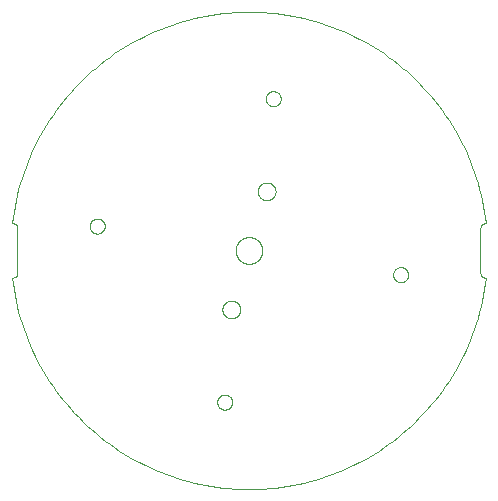
<source format=gko>
G75*
%MOIN*%
%OFA0B0*%
%FSLAX25Y25*%
%IPPOS*%
%LPD*%
%AMOC8*
5,1,8,0,0,1.08239X$1,22.5*
%
%ADD10C,0.00000*%
%ADD11C,0.00039*%
D10*
X0100884Y0060909D02*
X0100886Y0061008D01*
X0100892Y0061108D01*
X0100902Y0061207D01*
X0100916Y0061305D01*
X0100933Y0061403D01*
X0100955Y0061500D01*
X0100980Y0061596D01*
X0101009Y0061691D01*
X0101042Y0061785D01*
X0101079Y0061877D01*
X0101119Y0061968D01*
X0101163Y0062057D01*
X0101211Y0062145D01*
X0101262Y0062230D01*
X0101316Y0062313D01*
X0101373Y0062395D01*
X0101434Y0062473D01*
X0101498Y0062550D01*
X0101564Y0062623D01*
X0101634Y0062694D01*
X0101706Y0062762D01*
X0101781Y0062828D01*
X0101859Y0062890D01*
X0101939Y0062949D01*
X0102021Y0063005D01*
X0102105Y0063057D01*
X0102192Y0063106D01*
X0102280Y0063152D01*
X0102370Y0063194D01*
X0102462Y0063233D01*
X0102555Y0063268D01*
X0102649Y0063299D01*
X0102745Y0063326D01*
X0102842Y0063349D01*
X0102939Y0063369D01*
X0103037Y0063385D01*
X0103136Y0063397D01*
X0103235Y0063405D01*
X0103334Y0063409D01*
X0103434Y0063409D01*
X0103533Y0063405D01*
X0103632Y0063397D01*
X0103731Y0063385D01*
X0103829Y0063369D01*
X0103926Y0063349D01*
X0104023Y0063326D01*
X0104119Y0063299D01*
X0104213Y0063268D01*
X0104306Y0063233D01*
X0104398Y0063194D01*
X0104488Y0063152D01*
X0104576Y0063106D01*
X0104663Y0063057D01*
X0104747Y0063005D01*
X0104829Y0062949D01*
X0104909Y0062890D01*
X0104987Y0062828D01*
X0105062Y0062762D01*
X0105134Y0062694D01*
X0105204Y0062623D01*
X0105270Y0062550D01*
X0105334Y0062473D01*
X0105395Y0062395D01*
X0105452Y0062313D01*
X0105506Y0062230D01*
X0105557Y0062145D01*
X0105605Y0062057D01*
X0105649Y0061968D01*
X0105689Y0061877D01*
X0105726Y0061785D01*
X0105759Y0061691D01*
X0105788Y0061596D01*
X0105813Y0061500D01*
X0105835Y0061403D01*
X0105852Y0061305D01*
X0105866Y0061207D01*
X0105876Y0061108D01*
X0105882Y0061008D01*
X0105884Y0060909D01*
X0105882Y0060810D01*
X0105876Y0060710D01*
X0105866Y0060611D01*
X0105852Y0060513D01*
X0105835Y0060415D01*
X0105813Y0060318D01*
X0105788Y0060222D01*
X0105759Y0060127D01*
X0105726Y0060033D01*
X0105689Y0059941D01*
X0105649Y0059850D01*
X0105605Y0059761D01*
X0105557Y0059673D01*
X0105506Y0059588D01*
X0105452Y0059505D01*
X0105395Y0059423D01*
X0105334Y0059345D01*
X0105270Y0059268D01*
X0105204Y0059195D01*
X0105134Y0059124D01*
X0105062Y0059056D01*
X0104987Y0058990D01*
X0104909Y0058928D01*
X0104829Y0058869D01*
X0104747Y0058813D01*
X0104663Y0058761D01*
X0104576Y0058712D01*
X0104488Y0058666D01*
X0104398Y0058624D01*
X0104306Y0058585D01*
X0104213Y0058550D01*
X0104119Y0058519D01*
X0104023Y0058492D01*
X0103926Y0058469D01*
X0103829Y0058449D01*
X0103731Y0058433D01*
X0103632Y0058421D01*
X0103533Y0058413D01*
X0103434Y0058409D01*
X0103334Y0058409D01*
X0103235Y0058413D01*
X0103136Y0058421D01*
X0103037Y0058433D01*
X0102939Y0058449D01*
X0102842Y0058469D01*
X0102745Y0058492D01*
X0102649Y0058519D01*
X0102555Y0058550D01*
X0102462Y0058585D01*
X0102370Y0058624D01*
X0102280Y0058666D01*
X0102192Y0058712D01*
X0102105Y0058761D01*
X0102021Y0058813D01*
X0101939Y0058869D01*
X0101859Y0058928D01*
X0101781Y0058990D01*
X0101706Y0059056D01*
X0101634Y0059124D01*
X0101564Y0059195D01*
X0101498Y0059268D01*
X0101434Y0059345D01*
X0101373Y0059423D01*
X0101316Y0059505D01*
X0101262Y0059588D01*
X0101211Y0059673D01*
X0101163Y0059761D01*
X0101119Y0059850D01*
X0101079Y0059941D01*
X0101042Y0060033D01*
X0101009Y0060127D01*
X0100980Y0060222D01*
X0100955Y0060318D01*
X0100933Y0060415D01*
X0100916Y0060513D01*
X0100902Y0060611D01*
X0100892Y0060710D01*
X0100886Y0060810D01*
X0100884Y0060909D01*
X0102628Y0091801D02*
X0102630Y0091909D01*
X0102636Y0092018D01*
X0102646Y0092126D01*
X0102660Y0092233D01*
X0102678Y0092340D01*
X0102699Y0092447D01*
X0102725Y0092552D01*
X0102755Y0092657D01*
X0102788Y0092760D01*
X0102825Y0092862D01*
X0102866Y0092962D01*
X0102910Y0093061D01*
X0102959Y0093159D01*
X0103010Y0093254D01*
X0103065Y0093347D01*
X0103124Y0093439D01*
X0103186Y0093528D01*
X0103251Y0093615D01*
X0103319Y0093699D01*
X0103390Y0093781D01*
X0103464Y0093860D01*
X0103541Y0093936D01*
X0103621Y0094010D01*
X0103704Y0094080D01*
X0103789Y0094148D01*
X0103876Y0094212D01*
X0103966Y0094273D01*
X0104058Y0094331D01*
X0104152Y0094385D01*
X0104248Y0094436D01*
X0104345Y0094483D01*
X0104445Y0094527D01*
X0104546Y0094567D01*
X0104648Y0094603D01*
X0104751Y0094635D01*
X0104856Y0094664D01*
X0104962Y0094688D01*
X0105068Y0094709D01*
X0105175Y0094726D01*
X0105283Y0094739D01*
X0105391Y0094748D01*
X0105500Y0094753D01*
X0105608Y0094754D01*
X0105717Y0094751D01*
X0105825Y0094744D01*
X0105933Y0094733D01*
X0106040Y0094718D01*
X0106147Y0094699D01*
X0106253Y0094676D01*
X0106358Y0094650D01*
X0106463Y0094619D01*
X0106565Y0094585D01*
X0106667Y0094547D01*
X0106767Y0094505D01*
X0106866Y0094460D01*
X0106963Y0094411D01*
X0107057Y0094358D01*
X0107150Y0094302D01*
X0107241Y0094243D01*
X0107330Y0094180D01*
X0107416Y0094115D01*
X0107500Y0094046D01*
X0107581Y0093974D01*
X0107659Y0093899D01*
X0107735Y0093821D01*
X0107808Y0093740D01*
X0107878Y0093657D01*
X0107944Y0093572D01*
X0108008Y0093484D01*
X0108068Y0093393D01*
X0108125Y0093301D01*
X0108178Y0093206D01*
X0108228Y0093110D01*
X0108274Y0093012D01*
X0108317Y0092912D01*
X0108356Y0092811D01*
X0108391Y0092708D01*
X0108423Y0092605D01*
X0108450Y0092500D01*
X0108474Y0092394D01*
X0108494Y0092287D01*
X0108510Y0092180D01*
X0108522Y0092072D01*
X0108530Y0091964D01*
X0108534Y0091855D01*
X0108534Y0091747D01*
X0108530Y0091638D01*
X0108522Y0091530D01*
X0108510Y0091422D01*
X0108494Y0091315D01*
X0108474Y0091208D01*
X0108450Y0091102D01*
X0108423Y0090997D01*
X0108391Y0090894D01*
X0108356Y0090791D01*
X0108317Y0090690D01*
X0108274Y0090590D01*
X0108228Y0090492D01*
X0108178Y0090396D01*
X0108125Y0090301D01*
X0108068Y0090209D01*
X0108008Y0090118D01*
X0107944Y0090030D01*
X0107878Y0089945D01*
X0107808Y0089862D01*
X0107735Y0089781D01*
X0107659Y0089703D01*
X0107581Y0089628D01*
X0107500Y0089556D01*
X0107416Y0089487D01*
X0107330Y0089422D01*
X0107241Y0089359D01*
X0107150Y0089300D01*
X0107058Y0089244D01*
X0106963Y0089191D01*
X0106866Y0089142D01*
X0106767Y0089097D01*
X0106667Y0089055D01*
X0106565Y0089017D01*
X0106463Y0088983D01*
X0106358Y0088952D01*
X0106253Y0088926D01*
X0106147Y0088903D01*
X0106040Y0088884D01*
X0105933Y0088869D01*
X0105825Y0088858D01*
X0105717Y0088851D01*
X0105608Y0088848D01*
X0105500Y0088849D01*
X0105391Y0088854D01*
X0105283Y0088863D01*
X0105175Y0088876D01*
X0105068Y0088893D01*
X0104962Y0088914D01*
X0104856Y0088938D01*
X0104751Y0088967D01*
X0104648Y0088999D01*
X0104546Y0089035D01*
X0104445Y0089075D01*
X0104345Y0089119D01*
X0104248Y0089166D01*
X0104152Y0089217D01*
X0104058Y0089271D01*
X0103966Y0089329D01*
X0103876Y0089390D01*
X0103789Y0089454D01*
X0103704Y0089522D01*
X0103621Y0089592D01*
X0103541Y0089666D01*
X0103464Y0089742D01*
X0103390Y0089821D01*
X0103319Y0089903D01*
X0103251Y0089987D01*
X0103186Y0090074D01*
X0103124Y0090163D01*
X0103065Y0090255D01*
X0103010Y0090348D01*
X0102959Y0090443D01*
X0102910Y0090541D01*
X0102866Y0090640D01*
X0102825Y0090740D01*
X0102788Y0090842D01*
X0102755Y0090945D01*
X0102725Y0091050D01*
X0102699Y0091155D01*
X0102678Y0091262D01*
X0102660Y0091369D01*
X0102646Y0091476D01*
X0102636Y0091584D01*
X0102630Y0091693D01*
X0102628Y0091801D01*
X0107036Y0111486D02*
X0107038Y0111619D01*
X0107044Y0111752D01*
X0107054Y0111885D01*
X0107068Y0112017D01*
X0107086Y0112149D01*
X0107108Y0112281D01*
X0107133Y0112411D01*
X0107163Y0112541D01*
X0107196Y0112670D01*
X0107234Y0112798D01*
X0107275Y0112924D01*
X0107320Y0113050D01*
X0107368Y0113174D01*
X0107421Y0113296D01*
X0107477Y0113417D01*
X0107536Y0113536D01*
X0107599Y0113653D01*
X0107666Y0113768D01*
X0107736Y0113882D01*
X0107809Y0113993D01*
X0107886Y0114102D01*
X0107966Y0114208D01*
X0108049Y0114312D01*
X0108135Y0114414D01*
X0108224Y0114513D01*
X0108316Y0114609D01*
X0108411Y0114702D01*
X0108508Y0114793D01*
X0108609Y0114881D01*
X0108711Y0114965D01*
X0108817Y0115047D01*
X0108925Y0115125D01*
X0109035Y0115200D01*
X0109147Y0115272D01*
X0109261Y0115340D01*
X0109377Y0115405D01*
X0109495Y0115466D01*
X0109615Y0115524D01*
X0109737Y0115578D01*
X0109860Y0115628D01*
X0109985Y0115675D01*
X0110111Y0115718D01*
X0110238Y0115757D01*
X0110366Y0115793D01*
X0110496Y0115824D01*
X0110626Y0115852D01*
X0110757Y0115876D01*
X0110889Y0115896D01*
X0111021Y0115912D01*
X0111153Y0115924D01*
X0111286Y0115932D01*
X0111419Y0115936D01*
X0111553Y0115936D01*
X0111686Y0115932D01*
X0111819Y0115924D01*
X0111951Y0115912D01*
X0112083Y0115896D01*
X0112215Y0115876D01*
X0112346Y0115852D01*
X0112476Y0115824D01*
X0112606Y0115793D01*
X0112734Y0115757D01*
X0112861Y0115718D01*
X0112987Y0115675D01*
X0113112Y0115628D01*
X0113235Y0115578D01*
X0113357Y0115524D01*
X0113477Y0115466D01*
X0113595Y0115405D01*
X0113711Y0115340D01*
X0113825Y0115272D01*
X0113937Y0115200D01*
X0114047Y0115125D01*
X0114155Y0115047D01*
X0114261Y0114965D01*
X0114363Y0114881D01*
X0114464Y0114793D01*
X0114561Y0114702D01*
X0114656Y0114609D01*
X0114748Y0114513D01*
X0114837Y0114414D01*
X0114923Y0114312D01*
X0115006Y0114208D01*
X0115086Y0114102D01*
X0115163Y0113993D01*
X0115236Y0113882D01*
X0115306Y0113768D01*
X0115373Y0113653D01*
X0115436Y0113536D01*
X0115495Y0113417D01*
X0115551Y0113296D01*
X0115604Y0113174D01*
X0115652Y0113050D01*
X0115697Y0112924D01*
X0115738Y0112798D01*
X0115776Y0112670D01*
X0115809Y0112541D01*
X0115839Y0112411D01*
X0115864Y0112281D01*
X0115886Y0112149D01*
X0115904Y0112017D01*
X0115918Y0111885D01*
X0115928Y0111752D01*
X0115934Y0111619D01*
X0115936Y0111486D01*
X0115934Y0111353D01*
X0115928Y0111220D01*
X0115918Y0111087D01*
X0115904Y0110955D01*
X0115886Y0110823D01*
X0115864Y0110691D01*
X0115839Y0110561D01*
X0115809Y0110431D01*
X0115776Y0110302D01*
X0115738Y0110174D01*
X0115697Y0110048D01*
X0115652Y0109922D01*
X0115604Y0109798D01*
X0115551Y0109676D01*
X0115495Y0109555D01*
X0115436Y0109436D01*
X0115373Y0109319D01*
X0115306Y0109204D01*
X0115236Y0109090D01*
X0115163Y0108979D01*
X0115086Y0108870D01*
X0115006Y0108764D01*
X0114923Y0108660D01*
X0114837Y0108558D01*
X0114748Y0108459D01*
X0114656Y0108363D01*
X0114561Y0108270D01*
X0114464Y0108179D01*
X0114363Y0108091D01*
X0114261Y0108007D01*
X0114155Y0107925D01*
X0114047Y0107847D01*
X0113937Y0107772D01*
X0113825Y0107700D01*
X0113711Y0107632D01*
X0113595Y0107567D01*
X0113477Y0107506D01*
X0113357Y0107448D01*
X0113235Y0107394D01*
X0113112Y0107344D01*
X0112987Y0107297D01*
X0112861Y0107254D01*
X0112734Y0107215D01*
X0112606Y0107179D01*
X0112476Y0107148D01*
X0112346Y0107120D01*
X0112215Y0107096D01*
X0112083Y0107076D01*
X0111951Y0107060D01*
X0111819Y0107048D01*
X0111686Y0107040D01*
X0111553Y0107036D01*
X0111419Y0107036D01*
X0111286Y0107040D01*
X0111153Y0107048D01*
X0111021Y0107060D01*
X0110889Y0107076D01*
X0110757Y0107096D01*
X0110626Y0107120D01*
X0110496Y0107148D01*
X0110366Y0107179D01*
X0110238Y0107215D01*
X0110111Y0107254D01*
X0109985Y0107297D01*
X0109860Y0107344D01*
X0109737Y0107394D01*
X0109615Y0107448D01*
X0109495Y0107506D01*
X0109377Y0107567D01*
X0109261Y0107632D01*
X0109147Y0107700D01*
X0109035Y0107772D01*
X0108925Y0107847D01*
X0108817Y0107925D01*
X0108711Y0108007D01*
X0108609Y0108091D01*
X0108508Y0108179D01*
X0108411Y0108270D01*
X0108316Y0108363D01*
X0108224Y0108459D01*
X0108135Y0108558D01*
X0108049Y0108660D01*
X0107966Y0108764D01*
X0107886Y0108870D01*
X0107809Y0108979D01*
X0107736Y0109090D01*
X0107666Y0109204D01*
X0107599Y0109319D01*
X0107536Y0109436D01*
X0107477Y0109555D01*
X0107421Y0109676D01*
X0107368Y0109798D01*
X0107320Y0109922D01*
X0107275Y0110048D01*
X0107234Y0110174D01*
X0107196Y0110302D01*
X0107163Y0110431D01*
X0107133Y0110561D01*
X0107108Y0110691D01*
X0107086Y0110823D01*
X0107068Y0110955D01*
X0107054Y0111087D01*
X0107044Y0111220D01*
X0107038Y0111353D01*
X0107036Y0111486D01*
X0114439Y0131171D02*
X0114441Y0131279D01*
X0114447Y0131388D01*
X0114457Y0131496D01*
X0114471Y0131603D01*
X0114489Y0131710D01*
X0114510Y0131817D01*
X0114536Y0131922D01*
X0114566Y0132027D01*
X0114599Y0132130D01*
X0114636Y0132232D01*
X0114677Y0132332D01*
X0114721Y0132431D01*
X0114770Y0132529D01*
X0114821Y0132624D01*
X0114876Y0132717D01*
X0114935Y0132809D01*
X0114997Y0132898D01*
X0115062Y0132985D01*
X0115130Y0133069D01*
X0115201Y0133151D01*
X0115275Y0133230D01*
X0115352Y0133306D01*
X0115432Y0133380D01*
X0115515Y0133450D01*
X0115600Y0133518D01*
X0115687Y0133582D01*
X0115777Y0133643D01*
X0115869Y0133701D01*
X0115963Y0133755D01*
X0116059Y0133806D01*
X0116156Y0133853D01*
X0116256Y0133897D01*
X0116357Y0133937D01*
X0116459Y0133973D01*
X0116562Y0134005D01*
X0116667Y0134034D01*
X0116773Y0134058D01*
X0116879Y0134079D01*
X0116986Y0134096D01*
X0117094Y0134109D01*
X0117202Y0134118D01*
X0117311Y0134123D01*
X0117419Y0134124D01*
X0117528Y0134121D01*
X0117636Y0134114D01*
X0117744Y0134103D01*
X0117851Y0134088D01*
X0117958Y0134069D01*
X0118064Y0134046D01*
X0118169Y0134020D01*
X0118274Y0133989D01*
X0118376Y0133955D01*
X0118478Y0133917D01*
X0118578Y0133875D01*
X0118677Y0133830D01*
X0118774Y0133781D01*
X0118868Y0133728D01*
X0118961Y0133672D01*
X0119052Y0133613D01*
X0119141Y0133550D01*
X0119227Y0133485D01*
X0119311Y0133416D01*
X0119392Y0133344D01*
X0119470Y0133269D01*
X0119546Y0133191D01*
X0119619Y0133110D01*
X0119689Y0133027D01*
X0119755Y0132942D01*
X0119819Y0132854D01*
X0119879Y0132763D01*
X0119936Y0132671D01*
X0119989Y0132576D01*
X0120039Y0132480D01*
X0120085Y0132382D01*
X0120128Y0132282D01*
X0120167Y0132181D01*
X0120202Y0132078D01*
X0120234Y0131975D01*
X0120261Y0131870D01*
X0120285Y0131764D01*
X0120305Y0131657D01*
X0120321Y0131550D01*
X0120333Y0131442D01*
X0120341Y0131334D01*
X0120345Y0131225D01*
X0120345Y0131117D01*
X0120341Y0131008D01*
X0120333Y0130900D01*
X0120321Y0130792D01*
X0120305Y0130685D01*
X0120285Y0130578D01*
X0120261Y0130472D01*
X0120234Y0130367D01*
X0120202Y0130264D01*
X0120167Y0130161D01*
X0120128Y0130060D01*
X0120085Y0129960D01*
X0120039Y0129862D01*
X0119989Y0129766D01*
X0119936Y0129671D01*
X0119879Y0129579D01*
X0119819Y0129488D01*
X0119755Y0129400D01*
X0119689Y0129315D01*
X0119619Y0129232D01*
X0119546Y0129151D01*
X0119470Y0129073D01*
X0119392Y0128998D01*
X0119311Y0128926D01*
X0119227Y0128857D01*
X0119141Y0128792D01*
X0119052Y0128729D01*
X0118961Y0128670D01*
X0118869Y0128614D01*
X0118774Y0128561D01*
X0118677Y0128512D01*
X0118578Y0128467D01*
X0118478Y0128425D01*
X0118376Y0128387D01*
X0118274Y0128353D01*
X0118169Y0128322D01*
X0118064Y0128296D01*
X0117958Y0128273D01*
X0117851Y0128254D01*
X0117744Y0128239D01*
X0117636Y0128228D01*
X0117528Y0128221D01*
X0117419Y0128218D01*
X0117311Y0128219D01*
X0117202Y0128224D01*
X0117094Y0128233D01*
X0116986Y0128246D01*
X0116879Y0128263D01*
X0116773Y0128284D01*
X0116667Y0128308D01*
X0116562Y0128337D01*
X0116459Y0128369D01*
X0116357Y0128405D01*
X0116256Y0128445D01*
X0116156Y0128489D01*
X0116059Y0128536D01*
X0115963Y0128587D01*
X0115869Y0128641D01*
X0115777Y0128699D01*
X0115687Y0128760D01*
X0115600Y0128824D01*
X0115515Y0128892D01*
X0115432Y0128962D01*
X0115352Y0129036D01*
X0115275Y0129112D01*
X0115201Y0129191D01*
X0115130Y0129273D01*
X0115062Y0129357D01*
X0114997Y0129444D01*
X0114935Y0129533D01*
X0114876Y0129625D01*
X0114821Y0129718D01*
X0114770Y0129813D01*
X0114721Y0129911D01*
X0114677Y0130010D01*
X0114636Y0130110D01*
X0114599Y0130212D01*
X0114566Y0130315D01*
X0114536Y0130420D01*
X0114510Y0130525D01*
X0114489Y0130632D01*
X0114471Y0130739D01*
X0114457Y0130846D01*
X0114447Y0130954D01*
X0114441Y0131063D01*
X0114439Y0131171D01*
X0117089Y0162064D02*
X0117091Y0162163D01*
X0117097Y0162263D01*
X0117107Y0162362D01*
X0117121Y0162460D01*
X0117138Y0162558D01*
X0117160Y0162655D01*
X0117185Y0162751D01*
X0117214Y0162846D01*
X0117247Y0162940D01*
X0117284Y0163032D01*
X0117324Y0163123D01*
X0117368Y0163212D01*
X0117416Y0163300D01*
X0117467Y0163385D01*
X0117521Y0163468D01*
X0117578Y0163550D01*
X0117639Y0163628D01*
X0117703Y0163705D01*
X0117769Y0163778D01*
X0117839Y0163849D01*
X0117911Y0163917D01*
X0117986Y0163983D01*
X0118064Y0164045D01*
X0118144Y0164104D01*
X0118226Y0164160D01*
X0118310Y0164212D01*
X0118397Y0164261D01*
X0118485Y0164307D01*
X0118575Y0164349D01*
X0118667Y0164388D01*
X0118760Y0164423D01*
X0118854Y0164454D01*
X0118950Y0164481D01*
X0119047Y0164504D01*
X0119144Y0164524D01*
X0119242Y0164540D01*
X0119341Y0164552D01*
X0119440Y0164560D01*
X0119539Y0164564D01*
X0119639Y0164564D01*
X0119738Y0164560D01*
X0119837Y0164552D01*
X0119936Y0164540D01*
X0120034Y0164524D01*
X0120131Y0164504D01*
X0120228Y0164481D01*
X0120324Y0164454D01*
X0120418Y0164423D01*
X0120511Y0164388D01*
X0120603Y0164349D01*
X0120693Y0164307D01*
X0120781Y0164261D01*
X0120868Y0164212D01*
X0120952Y0164160D01*
X0121034Y0164104D01*
X0121114Y0164045D01*
X0121192Y0163983D01*
X0121267Y0163917D01*
X0121339Y0163849D01*
X0121409Y0163778D01*
X0121475Y0163705D01*
X0121539Y0163628D01*
X0121600Y0163550D01*
X0121657Y0163468D01*
X0121711Y0163385D01*
X0121762Y0163300D01*
X0121810Y0163212D01*
X0121854Y0163123D01*
X0121894Y0163032D01*
X0121931Y0162940D01*
X0121964Y0162846D01*
X0121993Y0162751D01*
X0122018Y0162655D01*
X0122040Y0162558D01*
X0122057Y0162460D01*
X0122071Y0162362D01*
X0122081Y0162263D01*
X0122087Y0162163D01*
X0122089Y0162064D01*
X0122087Y0161965D01*
X0122081Y0161865D01*
X0122071Y0161766D01*
X0122057Y0161668D01*
X0122040Y0161570D01*
X0122018Y0161473D01*
X0121993Y0161377D01*
X0121964Y0161282D01*
X0121931Y0161188D01*
X0121894Y0161096D01*
X0121854Y0161005D01*
X0121810Y0160916D01*
X0121762Y0160828D01*
X0121711Y0160743D01*
X0121657Y0160660D01*
X0121600Y0160578D01*
X0121539Y0160500D01*
X0121475Y0160423D01*
X0121409Y0160350D01*
X0121339Y0160279D01*
X0121267Y0160211D01*
X0121192Y0160145D01*
X0121114Y0160083D01*
X0121034Y0160024D01*
X0120952Y0159968D01*
X0120868Y0159916D01*
X0120781Y0159867D01*
X0120693Y0159821D01*
X0120603Y0159779D01*
X0120511Y0159740D01*
X0120418Y0159705D01*
X0120324Y0159674D01*
X0120228Y0159647D01*
X0120131Y0159624D01*
X0120034Y0159604D01*
X0119936Y0159588D01*
X0119837Y0159576D01*
X0119738Y0159568D01*
X0119639Y0159564D01*
X0119539Y0159564D01*
X0119440Y0159568D01*
X0119341Y0159576D01*
X0119242Y0159588D01*
X0119144Y0159604D01*
X0119047Y0159624D01*
X0118950Y0159647D01*
X0118854Y0159674D01*
X0118760Y0159705D01*
X0118667Y0159740D01*
X0118575Y0159779D01*
X0118485Y0159821D01*
X0118397Y0159867D01*
X0118310Y0159916D01*
X0118226Y0159968D01*
X0118144Y0160024D01*
X0118064Y0160083D01*
X0117986Y0160145D01*
X0117911Y0160211D01*
X0117839Y0160279D01*
X0117769Y0160350D01*
X0117703Y0160423D01*
X0117639Y0160500D01*
X0117578Y0160578D01*
X0117521Y0160660D01*
X0117467Y0160743D01*
X0117416Y0160828D01*
X0117368Y0160916D01*
X0117324Y0161005D01*
X0117284Y0161096D01*
X0117247Y0161188D01*
X0117214Y0161282D01*
X0117185Y0161377D01*
X0117160Y0161473D01*
X0117138Y0161570D01*
X0117121Y0161668D01*
X0117107Y0161766D01*
X0117097Y0161865D01*
X0117091Y0161965D01*
X0117089Y0162064D01*
X0058409Y0119589D02*
X0058411Y0119688D01*
X0058417Y0119788D01*
X0058427Y0119887D01*
X0058441Y0119985D01*
X0058458Y0120083D01*
X0058480Y0120180D01*
X0058505Y0120276D01*
X0058534Y0120371D01*
X0058567Y0120465D01*
X0058604Y0120557D01*
X0058644Y0120648D01*
X0058688Y0120737D01*
X0058736Y0120825D01*
X0058787Y0120910D01*
X0058841Y0120993D01*
X0058898Y0121075D01*
X0058959Y0121153D01*
X0059023Y0121230D01*
X0059089Y0121303D01*
X0059159Y0121374D01*
X0059231Y0121442D01*
X0059306Y0121508D01*
X0059384Y0121570D01*
X0059464Y0121629D01*
X0059546Y0121685D01*
X0059630Y0121737D01*
X0059717Y0121786D01*
X0059805Y0121832D01*
X0059895Y0121874D01*
X0059987Y0121913D01*
X0060080Y0121948D01*
X0060174Y0121979D01*
X0060270Y0122006D01*
X0060367Y0122029D01*
X0060464Y0122049D01*
X0060562Y0122065D01*
X0060661Y0122077D01*
X0060760Y0122085D01*
X0060859Y0122089D01*
X0060959Y0122089D01*
X0061058Y0122085D01*
X0061157Y0122077D01*
X0061256Y0122065D01*
X0061354Y0122049D01*
X0061451Y0122029D01*
X0061548Y0122006D01*
X0061644Y0121979D01*
X0061738Y0121948D01*
X0061831Y0121913D01*
X0061923Y0121874D01*
X0062013Y0121832D01*
X0062101Y0121786D01*
X0062188Y0121737D01*
X0062272Y0121685D01*
X0062354Y0121629D01*
X0062434Y0121570D01*
X0062512Y0121508D01*
X0062587Y0121442D01*
X0062659Y0121374D01*
X0062729Y0121303D01*
X0062795Y0121230D01*
X0062859Y0121153D01*
X0062920Y0121075D01*
X0062977Y0120993D01*
X0063031Y0120910D01*
X0063082Y0120825D01*
X0063130Y0120737D01*
X0063174Y0120648D01*
X0063214Y0120557D01*
X0063251Y0120465D01*
X0063284Y0120371D01*
X0063313Y0120276D01*
X0063338Y0120180D01*
X0063360Y0120083D01*
X0063377Y0119985D01*
X0063391Y0119887D01*
X0063401Y0119788D01*
X0063407Y0119688D01*
X0063409Y0119589D01*
X0063407Y0119490D01*
X0063401Y0119390D01*
X0063391Y0119291D01*
X0063377Y0119193D01*
X0063360Y0119095D01*
X0063338Y0118998D01*
X0063313Y0118902D01*
X0063284Y0118807D01*
X0063251Y0118713D01*
X0063214Y0118621D01*
X0063174Y0118530D01*
X0063130Y0118441D01*
X0063082Y0118353D01*
X0063031Y0118268D01*
X0062977Y0118185D01*
X0062920Y0118103D01*
X0062859Y0118025D01*
X0062795Y0117948D01*
X0062729Y0117875D01*
X0062659Y0117804D01*
X0062587Y0117736D01*
X0062512Y0117670D01*
X0062434Y0117608D01*
X0062354Y0117549D01*
X0062272Y0117493D01*
X0062188Y0117441D01*
X0062101Y0117392D01*
X0062013Y0117346D01*
X0061923Y0117304D01*
X0061831Y0117265D01*
X0061738Y0117230D01*
X0061644Y0117199D01*
X0061548Y0117172D01*
X0061451Y0117149D01*
X0061354Y0117129D01*
X0061256Y0117113D01*
X0061157Y0117101D01*
X0061058Y0117093D01*
X0060959Y0117089D01*
X0060859Y0117089D01*
X0060760Y0117093D01*
X0060661Y0117101D01*
X0060562Y0117113D01*
X0060464Y0117129D01*
X0060367Y0117149D01*
X0060270Y0117172D01*
X0060174Y0117199D01*
X0060080Y0117230D01*
X0059987Y0117265D01*
X0059895Y0117304D01*
X0059805Y0117346D01*
X0059717Y0117392D01*
X0059630Y0117441D01*
X0059546Y0117493D01*
X0059464Y0117549D01*
X0059384Y0117608D01*
X0059306Y0117670D01*
X0059231Y0117736D01*
X0059159Y0117804D01*
X0059089Y0117875D01*
X0059023Y0117948D01*
X0058959Y0118025D01*
X0058898Y0118103D01*
X0058841Y0118185D01*
X0058787Y0118268D01*
X0058736Y0118353D01*
X0058688Y0118441D01*
X0058644Y0118530D01*
X0058604Y0118621D01*
X0058567Y0118713D01*
X0058534Y0118807D01*
X0058505Y0118902D01*
X0058480Y0118998D01*
X0058458Y0119095D01*
X0058441Y0119193D01*
X0058427Y0119291D01*
X0058417Y0119390D01*
X0058411Y0119490D01*
X0058409Y0119589D01*
X0159564Y0103384D02*
X0159566Y0103483D01*
X0159572Y0103583D01*
X0159582Y0103682D01*
X0159596Y0103780D01*
X0159613Y0103878D01*
X0159635Y0103975D01*
X0159660Y0104071D01*
X0159689Y0104166D01*
X0159722Y0104260D01*
X0159759Y0104352D01*
X0159799Y0104443D01*
X0159843Y0104532D01*
X0159891Y0104620D01*
X0159942Y0104705D01*
X0159996Y0104788D01*
X0160053Y0104870D01*
X0160114Y0104948D01*
X0160178Y0105025D01*
X0160244Y0105098D01*
X0160314Y0105169D01*
X0160386Y0105237D01*
X0160461Y0105303D01*
X0160539Y0105365D01*
X0160619Y0105424D01*
X0160701Y0105480D01*
X0160785Y0105532D01*
X0160872Y0105581D01*
X0160960Y0105627D01*
X0161050Y0105669D01*
X0161142Y0105708D01*
X0161235Y0105743D01*
X0161329Y0105774D01*
X0161425Y0105801D01*
X0161522Y0105824D01*
X0161619Y0105844D01*
X0161717Y0105860D01*
X0161816Y0105872D01*
X0161915Y0105880D01*
X0162014Y0105884D01*
X0162114Y0105884D01*
X0162213Y0105880D01*
X0162312Y0105872D01*
X0162411Y0105860D01*
X0162509Y0105844D01*
X0162606Y0105824D01*
X0162703Y0105801D01*
X0162799Y0105774D01*
X0162893Y0105743D01*
X0162986Y0105708D01*
X0163078Y0105669D01*
X0163168Y0105627D01*
X0163256Y0105581D01*
X0163343Y0105532D01*
X0163427Y0105480D01*
X0163509Y0105424D01*
X0163589Y0105365D01*
X0163667Y0105303D01*
X0163742Y0105237D01*
X0163814Y0105169D01*
X0163884Y0105098D01*
X0163950Y0105025D01*
X0164014Y0104948D01*
X0164075Y0104870D01*
X0164132Y0104788D01*
X0164186Y0104705D01*
X0164237Y0104620D01*
X0164285Y0104532D01*
X0164329Y0104443D01*
X0164369Y0104352D01*
X0164406Y0104260D01*
X0164439Y0104166D01*
X0164468Y0104071D01*
X0164493Y0103975D01*
X0164515Y0103878D01*
X0164532Y0103780D01*
X0164546Y0103682D01*
X0164556Y0103583D01*
X0164562Y0103483D01*
X0164564Y0103384D01*
X0164562Y0103285D01*
X0164556Y0103185D01*
X0164546Y0103086D01*
X0164532Y0102988D01*
X0164515Y0102890D01*
X0164493Y0102793D01*
X0164468Y0102697D01*
X0164439Y0102602D01*
X0164406Y0102508D01*
X0164369Y0102416D01*
X0164329Y0102325D01*
X0164285Y0102236D01*
X0164237Y0102148D01*
X0164186Y0102063D01*
X0164132Y0101980D01*
X0164075Y0101898D01*
X0164014Y0101820D01*
X0163950Y0101743D01*
X0163884Y0101670D01*
X0163814Y0101599D01*
X0163742Y0101531D01*
X0163667Y0101465D01*
X0163589Y0101403D01*
X0163509Y0101344D01*
X0163427Y0101288D01*
X0163343Y0101236D01*
X0163256Y0101187D01*
X0163168Y0101141D01*
X0163078Y0101099D01*
X0162986Y0101060D01*
X0162893Y0101025D01*
X0162799Y0100994D01*
X0162703Y0100967D01*
X0162606Y0100944D01*
X0162509Y0100924D01*
X0162411Y0100908D01*
X0162312Y0100896D01*
X0162213Y0100888D01*
X0162114Y0100884D01*
X0162014Y0100884D01*
X0161915Y0100888D01*
X0161816Y0100896D01*
X0161717Y0100908D01*
X0161619Y0100924D01*
X0161522Y0100944D01*
X0161425Y0100967D01*
X0161329Y0100994D01*
X0161235Y0101025D01*
X0161142Y0101060D01*
X0161050Y0101099D01*
X0160960Y0101141D01*
X0160872Y0101187D01*
X0160785Y0101236D01*
X0160701Y0101288D01*
X0160619Y0101344D01*
X0160539Y0101403D01*
X0160461Y0101465D01*
X0160386Y0101531D01*
X0160314Y0101599D01*
X0160244Y0101670D01*
X0160178Y0101743D01*
X0160114Y0101820D01*
X0160053Y0101898D01*
X0159996Y0101980D01*
X0159942Y0102063D01*
X0159891Y0102148D01*
X0159843Y0102236D01*
X0159799Y0102325D01*
X0159759Y0102416D01*
X0159722Y0102508D01*
X0159689Y0102602D01*
X0159660Y0102697D01*
X0159635Y0102793D01*
X0159613Y0102890D01*
X0159596Y0102988D01*
X0159582Y0103086D01*
X0159572Y0103185D01*
X0159566Y0103285D01*
X0159564Y0103384D01*
D11*
X0032746Y0102431D02*
X0032471Y0102431D01*
X0032746Y0102431D02*
X0032823Y0102433D01*
X0032900Y0102439D01*
X0032977Y0102448D01*
X0033053Y0102461D01*
X0033129Y0102478D01*
X0033203Y0102499D01*
X0033277Y0102523D01*
X0033349Y0102551D01*
X0033419Y0102582D01*
X0033488Y0102617D01*
X0033556Y0102655D01*
X0033621Y0102696D01*
X0033684Y0102741D01*
X0033745Y0102789D01*
X0033804Y0102839D01*
X0033860Y0102892D01*
X0033913Y0102948D01*
X0033963Y0103007D01*
X0034011Y0103068D01*
X0034056Y0103131D01*
X0034097Y0103196D01*
X0034135Y0103264D01*
X0034170Y0103333D01*
X0034201Y0103403D01*
X0034229Y0103475D01*
X0034253Y0103549D01*
X0034274Y0103623D01*
X0034291Y0103699D01*
X0034304Y0103775D01*
X0034313Y0103852D01*
X0034319Y0103929D01*
X0034321Y0104006D01*
X0034321Y0118966D01*
X0034319Y0119043D01*
X0034313Y0119120D01*
X0034304Y0119197D01*
X0034291Y0119273D01*
X0034274Y0119349D01*
X0034253Y0119423D01*
X0034229Y0119497D01*
X0034201Y0119569D01*
X0034170Y0119639D01*
X0034135Y0119708D01*
X0034097Y0119776D01*
X0034056Y0119841D01*
X0034011Y0119904D01*
X0033963Y0119965D01*
X0033913Y0120024D01*
X0033860Y0120080D01*
X0033804Y0120133D01*
X0033745Y0120183D01*
X0033684Y0120231D01*
X0033621Y0120276D01*
X0033556Y0120317D01*
X0033488Y0120355D01*
X0033419Y0120390D01*
X0033349Y0120421D01*
X0033277Y0120449D01*
X0033203Y0120473D01*
X0033129Y0120494D01*
X0033053Y0120511D01*
X0032977Y0120524D01*
X0032900Y0120533D01*
X0032823Y0120539D01*
X0032746Y0120541D01*
X0032470Y0120541D01*
X0032716Y0122473D01*
X0033008Y0124398D01*
X0033348Y0126315D01*
X0033734Y0128223D01*
X0034167Y0130122D01*
X0034646Y0132009D01*
X0035172Y0133884D01*
X0035743Y0135745D01*
X0036360Y0137592D01*
X0037021Y0139423D01*
X0037727Y0141238D01*
X0038478Y0143035D01*
X0039272Y0144812D01*
X0040109Y0146570D01*
X0040990Y0148307D01*
X0041912Y0150022D01*
X0042876Y0151713D01*
X0043882Y0153381D01*
X0044928Y0155023D01*
X0046013Y0156639D01*
X0047138Y0158229D01*
X0048302Y0159790D01*
X0049503Y0161322D01*
X0050742Y0162824D01*
X0052017Y0164296D01*
X0053327Y0165736D01*
X0054673Y0167143D01*
X0056052Y0168518D01*
X0057465Y0169857D01*
X0058910Y0171162D01*
X0060387Y0172432D01*
X0061894Y0173664D01*
X0063431Y0174860D01*
X0064997Y0176017D01*
X0066590Y0177136D01*
X0068211Y0178215D01*
X0069857Y0179254D01*
X0071529Y0180253D01*
X0073224Y0181211D01*
X0074943Y0182126D01*
X0076683Y0183000D01*
X0078444Y0183830D01*
X0080225Y0184618D01*
X0082024Y0185361D01*
X0083842Y0186060D01*
X0085675Y0186714D01*
X0087525Y0187324D01*
X0089388Y0187888D01*
X0091265Y0188406D01*
X0093154Y0188878D01*
X0095054Y0189303D01*
X0096964Y0189682D01*
X0098883Y0190014D01*
X0100809Y0190299D01*
X0102742Y0190537D01*
X0104679Y0190727D01*
X0106621Y0190870D01*
X0108566Y0190965D01*
X0110512Y0191013D01*
X0112460Y0191013D01*
X0114406Y0190965D01*
X0116351Y0190870D01*
X0118293Y0190727D01*
X0120230Y0190537D01*
X0122163Y0190299D01*
X0124089Y0190014D01*
X0126008Y0189682D01*
X0127918Y0189303D01*
X0129818Y0188878D01*
X0131707Y0188406D01*
X0133584Y0187888D01*
X0135447Y0187324D01*
X0137297Y0186714D01*
X0139130Y0186060D01*
X0140948Y0185361D01*
X0142747Y0184618D01*
X0144528Y0183830D01*
X0146289Y0183000D01*
X0148029Y0182126D01*
X0149748Y0181211D01*
X0151443Y0180253D01*
X0153115Y0179254D01*
X0154761Y0178215D01*
X0156382Y0177136D01*
X0157975Y0176017D01*
X0159541Y0174860D01*
X0161078Y0173664D01*
X0162585Y0172432D01*
X0164062Y0171162D01*
X0165507Y0169857D01*
X0166920Y0168518D01*
X0168299Y0167143D01*
X0169645Y0165736D01*
X0170955Y0164296D01*
X0172230Y0162824D01*
X0173469Y0161322D01*
X0174670Y0159790D01*
X0175834Y0158229D01*
X0176959Y0156639D01*
X0178044Y0155023D01*
X0179090Y0153381D01*
X0180096Y0151713D01*
X0181060Y0150022D01*
X0181982Y0148307D01*
X0182863Y0146570D01*
X0183700Y0144812D01*
X0184494Y0143034D01*
X0185245Y0141238D01*
X0185951Y0139423D01*
X0186612Y0137592D01*
X0187229Y0135745D01*
X0187800Y0133884D01*
X0188326Y0132009D01*
X0188805Y0130122D01*
X0189238Y0128223D01*
X0189624Y0126315D01*
X0189964Y0124398D01*
X0190256Y0122473D01*
X0190502Y0120541D01*
X0190226Y0120541D01*
X0190149Y0120539D01*
X0190072Y0120533D01*
X0189995Y0120524D01*
X0189919Y0120511D01*
X0189843Y0120494D01*
X0189769Y0120473D01*
X0189695Y0120449D01*
X0189623Y0120421D01*
X0189553Y0120390D01*
X0189484Y0120355D01*
X0189416Y0120317D01*
X0189351Y0120276D01*
X0189288Y0120231D01*
X0189227Y0120183D01*
X0189168Y0120133D01*
X0189112Y0120080D01*
X0189059Y0120024D01*
X0189009Y0119965D01*
X0188961Y0119904D01*
X0188916Y0119841D01*
X0188875Y0119776D01*
X0188837Y0119708D01*
X0188802Y0119639D01*
X0188771Y0119569D01*
X0188743Y0119497D01*
X0188719Y0119423D01*
X0188698Y0119349D01*
X0188681Y0119273D01*
X0188668Y0119197D01*
X0188659Y0119120D01*
X0188653Y0119043D01*
X0188651Y0118966D01*
X0188652Y0118966D02*
X0188652Y0104006D01*
X0188651Y0104006D02*
X0188653Y0103929D01*
X0188659Y0103852D01*
X0188668Y0103775D01*
X0188681Y0103699D01*
X0188698Y0103623D01*
X0188719Y0103549D01*
X0188743Y0103475D01*
X0188771Y0103403D01*
X0188802Y0103333D01*
X0188837Y0103264D01*
X0188875Y0103196D01*
X0188916Y0103131D01*
X0188961Y0103068D01*
X0189009Y0103007D01*
X0189059Y0102948D01*
X0189112Y0102892D01*
X0189168Y0102839D01*
X0189227Y0102789D01*
X0189288Y0102741D01*
X0189351Y0102696D01*
X0189416Y0102655D01*
X0189484Y0102617D01*
X0189553Y0102582D01*
X0189623Y0102551D01*
X0189695Y0102523D01*
X0189769Y0102499D01*
X0189843Y0102478D01*
X0189919Y0102461D01*
X0189995Y0102448D01*
X0190072Y0102439D01*
X0190149Y0102433D01*
X0190226Y0102431D01*
X0190502Y0102431D01*
X0190256Y0100499D01*
X0189964Y0098574D01*
X0189624Y0096657D01*
X0189238Y0094749D01*
X0188805Y0092850D01*
X0188326Y0090963D01*
X0187800Y0089088D01*
X0187229Y0087227D01*
X0186612Y0085380D01*
X0185951Y0083549D01*
X0185245Y0081734D01*
X0184494Y0079938D01*
X0183700Y0078160D01*
X0182863Y0076402D01*
X0181982Y0074665D01*
X0181060Y0072950D01*
X0180096Y0071259D01*
X0179090Y0069591D01*
X0178044Y0067949D01*
X0176959Y0066333D01*
X0175834Y0064743D01*
X0174670Y0063182D01*
X0173469Y0061650D01*
X0172230Y0060148D01*
X0170955Y0058676D01*
X0169645Y0057236D01*
X0168299Y0055829D01*
X0166920Y0054454D01*
X0165507Y0053115D01*
X0164062Y0051810D01*
X0162585Y0050540D01*
X0161078Y0049308D01*
X0159541Y0048112D01*
X0157975Y0046955D01*
X0156382Y0045836D01*
X0154761Y0044757D01*
X0153115Y0043718D01*
X0151443Y0042719D01*
X0149748Y0041761D01*
X0148029Y0040846D01*
X0146289Y0039972D01*
X0144528Y0039142D01*
X0142747Y0038354D01*
X0140948Y0037611D01*
X0139130Y0036912D01*
X0137297Y0036258D01*
X0135447Y0035648D01*
X0133584Y0035084D01*
X0131707Y0034566D01*
X0129818Y0034094D01*
X0127918Y0033669D01*
X0126008Y0033290D01*
X0124089Y0032958D01*
X0122163Y0032673D01*
X0120230Y0032435D01*
X0118293Y0032245D01*
X0116351Y0032102D01*
X0114406Y0032007D01*
X0112460Y0031959D01*
X0110512Y0031959D01*
X0108566Y0032007D01*
X0106621Y0032102D01*
X0104679Y0032245D01*
X0102742Y0032435D01*
X0100809Y0032673D01*
X0098883Y0032958D01*
X0096964Y0033290D01*
X0095054Y0033669D01*
X0093154Y0034094D01*
X0091265Y0034566D01*
X0089388Y0035084D01*
X0087525Y0035648D01*
X0085675Y0036258D01*
X0083842Y0036912D01*
X0082024Y0037611D01*
X0080225Y0038354D01*
X0078444Y0039142D01*
X0076683Y0039972D01*
X0074943Y0040846D01*
X0073224Y0041761D01*
X0071529Y0042719D01*
X0069857Y0043718D01*
X0068211Y0044757D01*
X0066590Y0045836D01*
X0064997Y0046955D01*
X0063431Y0048112D01*
X0061894Y0049308D01*
X0060387Y0050540D01*
X0058910Y0051810D01*
X0057465Y0053115D01*
X0056052Y0054454D01*
X0054673Y0055829D01*
X0053327Y0057236D01*
X0052017Y0058676D01*
X0050742Y0060148D01*
X0049503Y0061650D01*
X0048302Y0063182D01*
X0047138Y0064743D01*
X0046013Y0066333D01*
X0044928Y0067949D01*
X0043882Y0069591D01*
X0042876Y0071259D01*
X0041912Y0072950D01*
X0040990Y0074665D01*
X0040109Y0076402D01*
X0039272Y0078160D01*
X0038478Y0079937D01*
X0037727Y0081734D01*
X0037021Y0083549D01*
X0036360Y0085380D01*
X0035743Y0087227D01*
X0035172Y0089088D01*
X0034646Y0090963D01*
X0034167Y0092850D01*
X0033734Y0094749D01*
X0033348Y0096657D01*
X0033008Y0098574D01*
X0032716Y0100499D01*
X0032470Y0102431D01*
M02*

</source>
